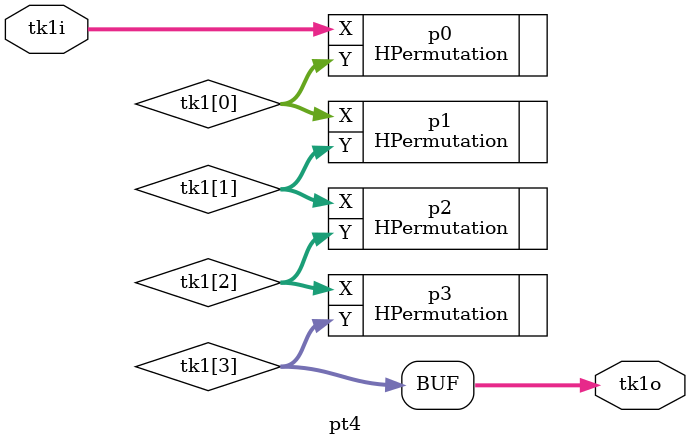
<source format=v>
module pt4 (/*AUTOARG*/
   // Outputs
   tk1o,
   // Inputs
   tk1i
   ) ;
   output [63:0] tk1o;
   input  [63:0] tk1i;

   wire [63:0]   tk1 [3:0];   

   HPermutation p0 (.Y(tk1[0]),.X(tk1i));
   HPermutation p1 (.Y(tk1[1]),.X(tk1[0]));
   HPermutation p2 (.Y(tk1[2]),.X(tk1[1]));
   HPermutation p3 (.Y(tk1[3]),.X(tk1[2]));

   assign tk1o = tk1[3];

 
   
endmodule // pt8lfsr228

</source>
